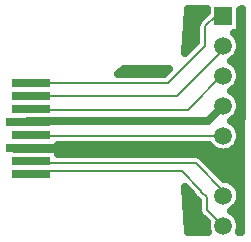
<source format=gbl>
G04 DipTrace 3.0.0.2*
G04 microsd-Adapter.gbl*
%MOIN*%
G04 #@! TF.FileFunction,Copper,L2,Bot*
G04 #@! TF.Part,Single*
G04 #@! TA.AperFunction,Conductor*
%ADD13C,0.008*%
G04 #@! TA.AperFunction,CopperBalancing*
%ADD14C,0.025*%
%ADD15R,0.147638X0.031496*%
%ADD16R,0.127953X0.031496*%
G04 #@! TA.AperFunction,ComponentPad*
%ADD17R,0.059055X0.059055*%
%ADD18C,0.059055*%
%FSLAX26Y26*%
G04*
G70*
G90*
G75*
G01*
G04 Bottom*
%LPD*%
X1139440Y758701D2*
D13*
X498701D1*
Y760047D1*
X1139440Y958701D2*
Y963557D1*
X1021356Y845473D1*
X498701D1*
Y846662D1*
X1139440Y558701D2*
Y575115D1*
X1048086Y666470D1*
X498701D1*
Y673433D1*
X1139440Y458701D2*
X1138354D1*
X1085329Y511725D1*
Y553553D1*
X1066495Y572387D1*
Y574748D1*
X1000878Y640365D1*
X498701D1*
Y630126D1*
X1139440Y1158701D2*
X1115071D1*
X1079428Y1123058D1*
Y1058148D1*
X954556Y933276D1*
X498701D1*
X1139440Y1058701D2*
Y1043809D1*
X985600Y889969D1*
X498701D1*
X1139440Y658701D2*
D14*
Y680305D1*
X1103005Y716740D1*
X488858D1*
X1139440Y858701D2*
X1087673Y806933D1*
X488858D1*
Y803355D1*
X1023784Y1156332D2*
X1067075D1*
X1021880Y1131463D2*
X1047641D1*
X1020024Y1106595D2*
X1046470D1*
X1018169Y1081726D2*
X1046470D1*
X1016313Y1056857D2*
X1032520D1*
X1170122Y1007120D2*
X1197788D1*
X1169194Y907645D2*
X1197397D1*
X1168218Y808170D2*
X1196958D1*
X591655Y708694D2*
X1111704D1*
X1167192D2*
X1196567D1*
X1076323Y683826D2*
X1196470D1*
X1101225Y658957D2*
X1196372D1*
X1126079Y634088D2*
X1196274D1*
X1166167Y609219D2*
X1196177D1*
X1016069Y559482D2*
X1036167D1*
X1017973Y534613D2*
X1052329D1*
X1019878Y509744D2*
X1052427D1*
X1169145D2*
X1195737D1*
X1021831Y484876D2*
X1066587D1*
X1023735Y460007D2*
X1080942D1*
X589170Y728215D2*
Y717807D1*
X436191D1*
X445733Y715673D1*
X589170D1*
Y696972D1*
X1050478Y696868D1*
X1057508Y695470D1*
X1064018Y692469D1*
X1069647Y688031D1*
X1069869Y687791D1*
X1143085Y614593D1*
X1152518Y613173D1*
X1160878Y610456D1*
X1168711Y606466D1*
X1175822Y601299D1*
X1182038Y595083D1*
X1187205Y587971D1*
X1191196Y580139D1*
X1193912Y571779D1*
X1195287Y563096D1*
Y554306D1*
X1193912Y545623D1*
X1191196Y537263D1*
X1187205Y529431D1*
X1182038Y522319D1*
X1175822Y516103D1*
X1168711Y510936D1*
X1164873Y508615D1*
X1172368Y504022D1*
X1179052Y498313D1*
X1184761Y491629D1*
X1189354Y484133D1*
X1192718Y476012D1*
X1194770Y467464D1*
X1195460Y458701D1*
X1194770Y449938D1*
X1192718Y441390D1*
X1190699Y436187D1*
X1197940Y436253D1*
X1201024Y1181217D1*
X1195460Y1177221D1*
Y1102681D1*
X1174122D1*
X1179052Y1098313D1*
X1184761Y1091629D1*
X1189354Y1084133D1*
X1192718Y1076012D1*
X1194770Y1067464D1*
X1195460Y1058701D1*
X1194770Y1049938D1*
X1192718Y1041390D1*
X1189354Y1033269D1*
X1184761Y1025773D1*
X1179052Y1019089D1*
X1172368Y1013380D1*
X1164701Y1008708D1*
X1172368Y1004022D1*
X1179052Y998313D1*
X1184761Y991629D1*
X1189354Y984133D1*
X1192718Y976012D1*
X1194770Y967464D1*
X1195460Y958701D1*
X1194770Y949938D1*
X1192718Y941390D1*
X1189354Y933269D1*
X1184761Y925773D1*
X1179052Y919089D1*
X1172368Y913380D1*
X1164701Y908708D1*
X1172368Y904022D1*
X1179052Y898313D1*
X1184761Y891629D1*
X1189354Y884133D1*
X1192718Y876012D1*
X1194770Y867464D1*
X1195460Y858701D1*
X1194770Y849938D1*
X1192718Y841390D1*
X1189354Y833269D1*
X1184761Y825773D1*
X1179052Y819089D1*
X1172368Y813380D1*
X1164701Y808708D1*
X1172368Y804022D1*
X1179052Y798313D1*
X1184761Y791629D1*
X1189354Y784133D1*
X1192718Y776012D1*
X1194770Y767464D1*
X1195460Y758701D1*
X1194770Y749938D1*
X1192718Y741390D1*
X1189354Y733269D1*
X1184761Y725773D1*
X1179052Y719089D1*
X1172368Y713380D1*
X1164873Y708787D1*
X1156751Y705423D1*
X1148204Y703371D1*
X1139440Y702681D1*
X1130677Y703371D1*
X1122129Y705423D1*
X1114008Y708787D1*
X1106513Y713380D1*
X1099828Y719089D1*
X1094119Y725773D1*
X1092487Y728216D1*
X589196Y728209D1*
X1083421Y1170113D2*
Y1181246D1*
X1023098Y1181201D1*
X1012085Y1033886D1*
X1048970Y1070812D1*
X1049030Y1125451D1*
X1050429Y1132481D1*
X1053430Y1138990D1*
X1057867Y1144619D1*
X1058108Y1144842D1*
X1083452Y1170204D1*
X1088181Y436187D2*
X1084968Y445623D1*
X1083593Y454306D1*
Y463096D1*
X1084503Y469436D1*
X1062143Y491922D1*
X1058161Y497882D1*
X1055680Y504607D1*
X1054837Y511725D1*
X1054851Y512071D1*
X1054837Y540973D1*
X1043309Y552584D1*
X1039326Y558544D1*
X1039158Y558909D1*
X1039326Y558544D1*
X1027256Y570865D1*
X1011477Y586643D1*
X1023060Y436169D1*
X1088093Y436201D1*
X941937Y963779D2*
X959036Y981201D1*
X809084D1*
X788145Y963749D1*
X941914Y963768D1*
D15*
X488858Y803355D3*
D16*
X498701Y760047D3*
D15*
X488858Y716740D3*
D16*
X498701Y673433D3*
Y630126D3*
Y846662D3*
Y889969D3*
Y933276D3*
D17*
X1139440Y1158701D3*
D18*
Y1058701D3*
Y958701D3*
Y858701D3*
Y758701D3*
Y658701D3*
Y558701D3*
Y458701D3*
M02*

</source>
